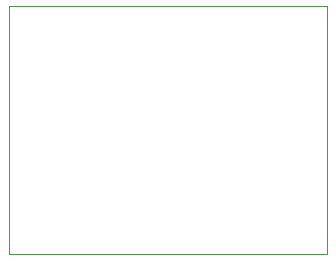
<source format=gbr>
G04 #@! TF.GenerationSoftware,KiCad,Pcbnew,(5.1.5)-3*
G04 #@! TF.CreationDate,2020-11-28T16:28:13+00:00*
G04 #@! TF.ProjectId,Retrospector_Power_Test_TPS561201,52657472-6f73-4706-9563-746f725f506f,rev?*
G04 #@! TF.SameCoordinates,Original*
G04 #@! TF.FileFunction,Profile,NP*
%FSLAX46Y46*%
G04 Gerber Fmt 4.6, Leading zero omitted, Abs format (unit mm)*
G04 Created by KiCad (PCBNEW (5.1.5)-3) date 2020-11-28 16:28:13*
%MOMM*%
%LPD*%
G04 APERTURE LIST*
%ADD10C,0.100000*%
G04 APERTURE END LIST*
D10*
X112000000Y-70000000D02*
X112000000Y-49000000D01*
X112000000Y-70000000D02*
X85000000Y-70000000D01*
X85000000Y-49000000D02*
X85000000Y-70000000D01*
X85000000Y-49000000D02*
X112000000Y-49000000D01*
M02*

</source>
